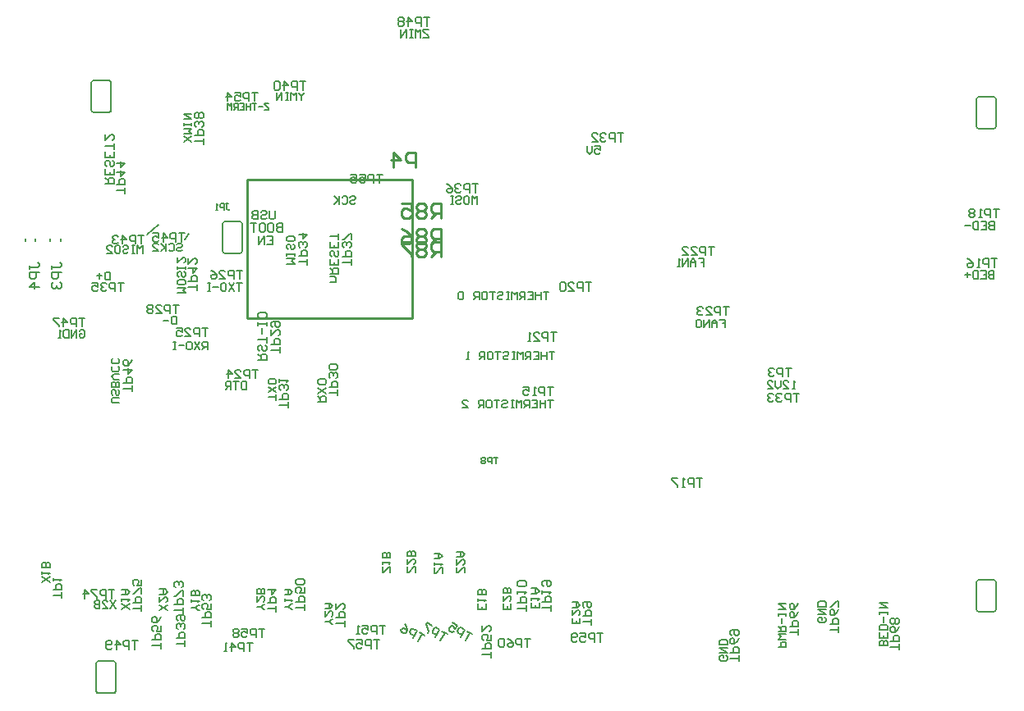
<source format=gbo>
G04*
G04 #@! TF.GenerationSoftware,Altium Limited,Altium Designer,18.1.9 (240)*
G04*
G04 Layer_Color=32896*
%FSLAX25Y25*%
%MOIN*%
G70*
G01*
G75*
%ADD11C,0.00600*%
%ADD12C,0.00800*%
%ADD13C,0.01000*%
%ADD16C,0.00500*%
%ADD22C,0.00787*%
%ADD23C,0.00700*%
G54D11*
X-4606Y-43784D02*
X-4313Y-44491D01*
X-3606Y-44784D01*
Y-31784D02*
X-4313Y-32077D01*
X-4606Y-32784D01*
X3394D02*
X3101Y-32077D01*
X2394Y-31784D01*
Y-44784D02*
X3101Y-44491D01*
X3394Y-43784D01*
X309216Y-178358D02*
X308924Y-177651D01*
X308217Y-177358D01*
Y-190358D02*
X308924Y-190065D01*
X309216Y-189358D01*
X301217D02*
X301509Y-190065D01*
X302217Y-190358D01*
Y-177358D02*
X301509Y-177651D01*
X301217Y-178358D01*
X-57900Y13600D02*
X-57607Y12893D01*
X-56900Y12600D01*
Y25600D02*
X-57607Y25307D01*
X-57900Y24600D01*
X-49900D02*
X-50193Y25307D01*
X-50900Y25600D01*
Y12600D02*
X-50193Y12893D01*
X-49900Y13600D01*
X-56100Y-222500D02*
X-55807Y-223207D01*
X-55100Y-223500D01*
Y-210500D02*
X-55807Y-210793D01*
X-56100Y-211500D01*
X-48100D02*
X-48393Y-210793D01*
X-49100Y-210500D01*
Y-223500D02*
X-48393Y-223207D01*
X-48100Y-222500D01*
X301300Y7000D02*
X301593Y6293D01*
X302300Y6000D01*
Y19000D02*
X301593Y18707D01*
X301300Y18000D01*
X309300D02*
X309007Y18707D01*
X308300Y19000D01*
Y6000D02*
X309007Y6293D01*
X309300Y7000D01*
X3394Y-43784D02*
Y-32784D01*
X-3606Y-44784D02*
X2394D01*
X-3606Y-31784D02*
X2394D01*
X-4606Y-43784D02*
Y-32784D01*
X301217Y-189358D02*
Y-178358D01*
X302217Y-177358D02*
X308217D01*
X302217Y-190358D02*
X308217D01*
X309216Y-189358D02*
Y-178358D01*
X-49900Y13600D02*
Y24600D01*
X-56900Y12600D02*
X-50900D01*
X-56900Y25600D02*
X-50900D01*
X-57900Y13600D02*
Y24600D01*
X-48100Y-222500D02*
Y-211500D01*
X-55100Y-223500D02*
X-49100D01*
X-55100Y-210500D02*
X-49100D01*
X-56100Y-222500D02*
Y-211500D01*
X309300Y7000D02*
Y18000D01*
X302300Y6000D02*
X308300D01*
X302300Y19000D02*
X308300D01*
X301300Y7000D02*
Y18000D01*
X60236Y-12544D02*
X57904D01*
X59070D01*
Y-16043D01*
X56737D02*
Y-12544D01*
X54988D01*
X54405Y-13128D01*
Y-14294D01*
X54988Y-14877D01*
X56737D01*
X50906Y-12544D02*
X53238D01*
Y-14294D01*
X52072Y-13711D01*
X51489D01*
X50906Y-14294D01*
Y-15460D01*
X51489Y-16043D01*
X52655D01*
X53238Y-15460D01*
X47407Y-12544D02*
X49740D01*
Y-14294D01*
X48573Y-13711D01*
X47990D01*
X47407Y-14294D01*
Y-15460D01*
X47990Y-16043D01*
X49156D01*
X49740Y-15460D01*
X120200Y-201201D02*
X117867D01*
X119034D01*
Y-204700D01*
X116701D02*
Y-201201D01*
X114952D01*
X114369Y-201784D01*
Y-202951D01*
X114952Y-203534D01*
X116701D01*
X110870Y-201201D02*
X112036Y-201784D01*
X113202Y-202951D01*
Y-204117D01*
X112619Y-204700D01*
X111453D01*
X110870Y-204117D01*
Y-203534D01*
X111453Y-202951D01*
X113202D01*
X109703Y-201784D02*
X109120Y-201201D01*
X107954D01*
X107371Y-201784D01*
Y-204117D01*
X107954Y-204700D01*
X109120D01*
X109703Y-204117D01*
Y-201784D01*
X-74701Y-178300D02*
X-77900Y-176167D01*
X-74701D02*
X-77900Y-178300D01*
Y-175101D02*
Y-174035D01*
Y-174568D01*
X-74701D01*
X-75234Y-175101D01*
X-74701Y-172435D02*
X-77900D01*
Y-170836D01*
X-77367Y-170303D01*
X-76834D01*
X-76301Y-170836D01*
Y-172435D01*
Y-170836D01*
X-75767Y-170303D01*
X-75234D01*
X-74701Y-170836D01*
Y-172435D01*
X-42401Y-189200D02*
X-45600Y-187067D01*
X-42401D02*
X-45600Y-189200D01*
Y-186001D02*
Y-184935D01*
Y-185468D01*
X-42401D01*
X-42934Y-186001D01*
X-45600Y-183335D02*
X-43467D01*
X-42401Y-182269D01*
X-43467Y-181203D01*
X-45600D01*
X-44001D01*
Y-183335D01*
X-27101Y-189700D02*
X-30300Y-187567D01*
X-27101D02*
X-30300Y-189700D01*
Y-184368D02*
Y-186501D01*
X-28167Y-184368D01*
X-27634D01*
X-27101Y-184901D01*
Y-185968D01*
X-27634Y-186501D01*
X-30300Y-183302D02*
X-28167D01*
X-27101Y-182236D01*
X-28167Y-181169D01*
X-30300D01*
X-28701D01*
Y-183302D01*
X308475Y-31726D02*
Y-34925D01*
X306875D01*
X306342Y-34392D01*
Y-33859D01*
X306875Y-33326D01*
X308475D01*
X306875D01*
X306342Y-32793D01*
Y-32259D01*
X306875Y-31726D01*
X308475D01*
X303143D02*
X305276D01*
Y-34925D01*
X303143D01*
X305276Y-33326D02*
X304209D01*
X302077Y-31726D02*
Y-34925D01*
X300477D01*
X299944Y-34392D01*
Y-32259D01*
X300477Y-31726D01*
X302077D01*
X298878Y-33326D02*
X296745D01*
X308375Y-51826D02*
Y-55025D01*
X306775D01*
X306242Y-54492D01*
Y-53959D01*
X306775Y-53426D01*
X308375D01*
X306775D01*
X306242Y-52893D01*
Y-52359D01*
X306775Y-51826D01*
X308375D01*
X303043D02*
X305176D01*
Y-55025D01*
X303043D01*
X305176Y-53426D02*
X304110D01*
X301977Y-51826D02*
Y-55025D01*
X300377D01*
X299844Y-54492D01*
Y-52359D01*
X300377Y-51826D01*
X301977D01*
X298778Y-53426D02*
X296645D01*
X297712Y-52359D02*
Y-54492D01*
X-46601Y-105500D02*
X-49267D01*
X-49800Y-104967D01*
Y-103901D01*
X-49267Y-103367D01*
X-46601D01*
X-47134Y-100168D02*
X-46601Y-100701D01*
Y-101768D01*
X-47134Y-102301D01*
X-47667D01*
X-48201Y-101768D01*
Y-100701D01*
X-48734Y-100168D01*
X-49267D01*
X-49800Y-100701D01*
Y-101768D01*
X-49267Y-102301D01*
X-46601Y-99102D02*
X-49800D01*
Y-97503D01*
X-49267Y-96969D01*
X-48734D01*
X-48201Y-97503D01*
Y-99102D01*
Y-97503D01*
X-47667Y-96969D01*
X-47134D01*
X-46601Y-97503D01*
Y-99102D01*
Y-95903D02*
X-48734D01*
X-49800Y-94837D01*
X-48734Y-93770D01*
X-46601D01*
X-47134Y-90571D02*
X-46601Y-91105D01*
Y-92171D01*
X-47134Y-92704D01*
X-49267D01*
X-49800Y-92171D01*
Y-91105D01*
X-49267Y-90571D01*
X-47134Y-87372D02*
X-46601Y-87906D01*
Y-88972D01*
X-47134Y-89505D01*
X-49267D01*
X-49800Y-88972D01*
Y-87906D01*
X-49267Y-87372D01*
X-62833Y-76234D02*
X-62300Y-75701D01*
X-61233D01*
X-60700Y-76234D01*
Y-78367D01*
X-61233Y-78900D01*
X-62300D01*
X-62833Y-78367D01*
Y-77301D01*
X-61766D01*
X-63899Y-78900D02*
Y-75701D01*
X-66032Y-78900D01*
Y-75701D01*
X-67098D02*
Y-78900D01*
X-68697D01*
X-69231Y-78367D01*
Y-76234D01*
X-68697Y-75701D01*
X-67098D01*
X-70297Y-78900D02*
X-71363D01*
X-70830D01*
Y-75701D01*
X-70297Y-76234D01*
X-23400Y-70301D02*
Y-73500D01*
X-24999D01*
X-25533Y-72967D01*
Y-70834D01*
X-24999Y-70301D01*
X-23400D01*
X-26599Y-71900D02*
X-28732D01*
X-50400Y-52201D02*
Y-55400D01*
X-51999D01*
X-52533Y-54867D01*
Y-52734D01*
X-51999Y-52201D01*
X-50400D01*
X-53599Y-53800D02*
X-55732D01*
X-54665Y-52734D02*
Y-54867D01*
X146367Y-1101D02*
X148500D01*
Y-2701D01*
X147434Y-2167D01*
X146900D01*
X146367Y-2701D01*
Y-3767D01*
X146900Y-4300D01*
X147967D01*
X148500Y-3767D01*
X145301Y-1101D02*
Y-3234D01*
X144235Y-4300D01*
X143168Y-3234D01*
Y-1101D01*
X98600Y-24600D02*
Y-21401D01*
X97534Y-22467D01*
X96467Y-21401D01*
Y-24600D01*
X93801Y-21401D02*
X94868D01*
X95401Y-21934D01*
Y-24067D01*
X94868Y-24600D01*
X93801D01*
X93268Y-24067D01*
Y-21934D01*
X93801Y-21401D01*
X90069Y-21934D02*
X90603Y-21401D01*
X91669D01*
X92202Y-21934D01*
Y-22467D01*
X91669Y-23000D01*
X90603D01*
X90069Y-23534D01*
Y-24067D01*
X90603Y-24600D01*
X91669D01*
X92202Y-24067D01*
X89003Y-21401D02*
X87937D01*
X88470D01*
Y-24600D01*
X89003D01*
X87937D01*
X46981Y-21940D02*
X47515Y-21407D01*
X48581D01*
X49114Y-21940D01*
Y-22474D01*
X48581Y-23007D01*
X47515D01*
X46981Y-23540D01*
Y-24073D01*
X47515Y-24606D01*
X48581D01*
X49114Y-24073D01*
X43783Y-21940D02*
X44316Y-21407D01*
X45382D01*
X45915Y-21940D01*
Y-24073D01*
X45382Y-24606D01*
X44316D01*
X43783Y-24073D01*
X42716Y-21407D02*
Y-24606D01*
Y-23540D01*
X40584Y-21407D01*
X42183Y-23007D01*
X40584Y-24606D01*
X21260Y-48917D02*
X24459D01*
X23392Y-47851D01*
X24459Y-46785D01*
X21260D01*
X24459Y-45718D02*
Y-44652D01*
Y-45185D01*
X21260D01*
Y-45718D01*
Y-44652D01*
X23926Y-40920D02*
X24459Y-41453D01*
Y-42519D01*
X23926Y-43053D01*
X23392D01*
X22859Y-42519D01*
Y-41453D01*
X22326Y-40920D01*
X21793D01*
X21260Y-41453D01*
Y-42519D01*
X21793Y-43053D01*
X24459Y-38254D02*
Y-39320D01*
X23926Y-39854D01*
X21793D01*
X21260Y-39320D01*
Y-38254D01*
X21793Y-37721D01*
X23926D01*
X24459Y-38254D01*
X78900Y46299D02*
X76767D01*
Y45766D01*
X78900Y43633D01*
Y43100D01*
X76767D01*
X75701D02*
Y46299D01*
X74635Y45233D01*
X73568Y46299D01*
Y43100D01*
X72502Y46299D02*
X71436D01*
X71969D01*
Y43100D01*
X72502D01*
X71436D01*
X69836D02*
Y46299D01*
X67704Y43100D01*
Y46299D01*
X28400Y20799D02*
Y20266D01*
X27334Y19199D01*
X26267Y20266D01*
Y20799D01*
X27334Y19199D02*
Y17600D01*
X25201D02*
Y20799D01*
X24135Y19733D01*
X23068Y20799D01*
Y17600D01*
X22002Y20799D02*
X20936D01*
X21469D01*
Y17600D01*
X22002D01*
X20936D01*
X19336D02*
Y20799D01*
X17204Y17600D01*
Y20799D01*
X-17301Y800D02*
X-20500Y2933D01*
X-17301D02*
X-20500Y800D01*
Y3999D02*
X-17301D01*
X-18367Y5065D01*
X-17301Y6132D01*
X-20500D01*
X-17301Y7198D02*
Y8264D01*
Y7731D01*
X-20500D01*
Y7198D01*
Y8264D01*
Y9864D02*
X-17301D01*
X-20500Y11996D01*
X-17301D01*
X-37200Y-44700D02*
Y-41501D01*
X-38266Y-42567D01*
X-39333Y-41501D01*
Y-44700D01*
X-40399Y-41501D02*
X-41465D01*
X-40932D01*
Y-44700D01*
X-40399D01*
X-41465D01*
X-45197Y-42034D02*
X-44664Y-41501D01*
X-43598D01*
X-43065Y-42034D01*
Y-42567D01*
X-43598Y-43101D01*
X-44664D01*
X-45197Y-43634D01*
Y-44167D01*
X-44664Y-44700D01*
X-43598D01*
X-43065Y-44167D01*
X-47863Y-41501D02*
X-46797D01*
X-46264Y-42034D01*
Y-44167D01*
X-46797Y-44700D01*
X-47863D01*
X-48396Y-44167D01*
Y-42034D01*
X-47863Y-41501D01*
X-51595Y-44700D02*
X-49463D01*
X-51595Y-42567D01*
Y-42034D01*
X-51062Y-41501D01*
X-49996D01*
X-49463Y-42034D01*
X-23333Y-41134D02*
X-22799Y-40601D01*
X-21733D01*
X-21200Y-41134D01*
Y-41667D01*
X-21733Y-42200D01*
X-22799D01*
X-23333Y-42734D01*
Y-43267D01*
X-22799Y-43800D01*
X-21733D01*
X-21200Y-43267D01*
X-26532Y-41134D02*
X-25998Y-40601D01*
X-24932D01*
X-24399Y-41134D01*
Y-43267D01*
X-24932Y-43800D01*
X-25998D01*
X-26532Y-43267D01*
X-27598Y-40601D02*
Y-43800D01*
Y-42734D01*
X-29731Y-40601D01*
X-28131Y-42200D01*
X-29731Y-43800D01*
X-32930D02*
X-30797D01*
X-32930Y-41667D01*
Y-41134D01*
X-32396Y-40601D01*
X-31330D01*
X-30797Y-41134D01*
X-22900Y-60700D02*
X-19701D01*
X-20767Y-59634D01*
X-19701Y-58567D01*
X-22900D01*
X-19701Y-55901D02*
Y-56968D01*
X-20234Y-57501D01*
X-22367D01*
X-22900Y-56968D01*
Y-55901D01*
X-22367Y-55368D01*
X-20234D01*
X-19701Y-55901D01*
X-20234Y-52169D02*
X-19701Y-52703D01*
Y-53769D01*
X-20234Y-54302D01*
X-20767D01*
X-21301Y-53769D01*
Y-52703D01*
X-21834Y-52169D01*
X-22367D01*
X-22900Y-52703D01*
Y-53769D01*
X-22367Y-54302D01*
X-19701Y-51103D02*
Y-50037D01*
Y-50570D01*
X-22900D01*
Y-51103D01*
Y-50037D01*
Y-46305D02*
Y-48437D01*
X-20767Y-46305D01*
X-20234D01*
X-19701Y-46838D01*
Y-47904D01*
X-20234Y-48437D01*
X3150Y-56840D02*
X1017D01*
X2083D01*
Y-60039D01*
X-49Y-56840D02*
X-2182Y-60039D01*
Y-56840D02*
X-49Y-60039D01*
X-3248Y-57374D02*
X-3782Y-56840D01*
X-4848D01*
X-5381Y-57374D01*
Y-59506D01*
X-4848Y-60039D01*
X-3782D01*
X-3248Y-59506D01*
Y-57374D01*
X-6447Y-58440D02*
X-8580D01*
X-9646Y-56840D02*
X-10713D01*
X-10179D01*
Y-60039D01*
X-9646D01*
X-10713D01*
X5000Y-96701D02*
Y-99900D01*
X3401D01*
X2867Y-99367D01*
Y-97234D01*
X3401Y-96701D01*
X5000D01*
X1801D02*
X-332D01*
X735D01*
Y-99900D01*
X-1398D02*
Y-96701D01*
X-2997D01*
X-3531Y-97234D01*
Y-98300D01*
X-2997Y-98834D01*
X-1398D01*
X-2464D02*
X-3531Y-99900D01*
X16999Y-104200D02*
Y-102067D01*
Y-103134D01*
X13800D01*
X16999Y-101001D02*
X13800Y-98868D01*
X16999D02*
X13800Y-101001D01*
X16466Y-97802D02*
X16999Y-97269D01*
Y-96203D01*
X16466Y-95669D01*
X14333D01*
X13800Y-96203D01*
Y-97269D01*
X14333Y-97802D01*
X16466D01*
X129500Y-104201D02*
X127367D01*
X128434D01*
Y-107400D01*
X126301Y-104201D02*
Y-107400D01*
Y-105800D01*
X124168D01*
Y-104201D01*
Y-107400D01*
X120969Y-104201D02*
X123102D01*
Y-107400D01*
X120969D01*
X123102Y-105800D02*
X122036D01*
X119903Y-107400D02*
Y-104201D01*
X118304D01*
X117771Y-104734D01*
Y-105800D01*
X118304Y-106334D01*
X119903D01*
X118837D02*
X117771Y-107400D01*
X116704D02*
Y-104201D01*
X115638Y-105267D01*
X114571Y-104201D01*
Y-107400D01*
X113505Y-104201D02*
X112439D01*
X112972D01*
Y-107400D01*
X113505D01*
X112439D01*
X108707Y-104734D02*
X109240Y-104201D01*
X110306D01*
X110839Y-104734D01*
Y-105267D01*
X110306Y-105800D01*
X109240D01*
X108707Y-106334D01*
Y-106867D01*
X109240Y-107400D01*
X110306D01*
X110839Y-106867D01*
X107640Y-104201D02*
X105508D01*
X106574D01*
Y-107400D01*
X102842Y-104201D02*
X103908D01*
X104441Y-104734D01*
Y-106867D01*
X103908Y-107400D01*
X102842D01*
X102309Y-106867D01*
Y-104734D01*
X102842Y-104201D01*
X101242Y-107400D02*
Y-104201D01*
X99643D01*
X99110Y-104734D01*
Y-105800D01*
X99643Y-106334D01*
X101242D01*
X100176D02*
X99110Y-107400D01*
X92712D02*
X94845D01*
X92712Y-105267D01*
Y-104734D01*
X93245Y-104201D01*
X94311D01*
X94845Y-104734D01*
X130000Y-84601D02*
X127867D01*
X128934D01*
Y-87800D01*
X126801Y-84601D02*
Y-87800D01*
Y-86200D01*
X124668D01*
Y-84601D01*
Y-87800D01*
X121469Y-84601D02*
X123602D01*
Y-87800D01*
X121469D01*
X123602Y-86200D02*
X122536D01*
X120403Y-87800D02*
Y-84601D01*
X118804D01*
X118271Y-85134D01*
Y-86200D01*
X118804Y-86734D01*
X120403D01*
X119337D02*
X118271Y-87800D01*
X117204D02*
Y-84601D01*
X116138Y-85667D01*
X115071Y-84601D01*
Y-87800D01*
X114005Y-84601D02*
X112939D01*
X113472D01*
Y-87800D01*
X114005D01*
X112939D01*
X109207Y-85134D02*
X109740Y-84601D01*
X110806D01*
X111339Y-85134D01*
Y-85667D01*
X110806Y-86200D01*
X109740D01*
X109207Y-86734D01*
Y-87267D01*
X109740Y-87800D01*
X110806D01*
X111339Y-87267D01*
X108140Y-84601D02*
X106008D01*
X107074D01*
Y-87800D01*
X103342Y-84601D02*
X104408D01*
X104941Y-85134D01*
Y-87267D01*
X104408Y-87800D01*
X103342D01*
X102809Y-87267D01*
Y-85134D01*
X103342Y-84601D01*
X101742Y-87800D02*
Y-84601D01*
X100143D01*
X99610Y-85134D01*
Y-86200D01*
X100143Y-86734D01*
X101742D01*
X100676D02*
X99610Y-87800D01*
X95345D02*
X94278D01*
X94811D01*
Y-84601D01*
X95345Y-85134D01*
X127700Y-60201D02*
X125567D01*
X126634D01*
Y-63400D01*
X124501Y-60201D02*
Y-63400D01*
Y-61800D01*
X122368D01*
Y-60201D01*
Y-63400D01*
X119169Y-60201D02*
X121302D01*
Y-63400D01*
X119169D01*
X121302Y-61800D02*
X120236D01*
X118103Y-63400D02*
Y-60201D01*
X116504D01*
X115971Y-60734D01*
Y-61800D01*
X116504Y-62334D01*
X118103D01*
X117037D02*
X115971Y-63400D01*
X114904D02*
Y-60201D01*
X113838Y-61267D01*
X112771Y-60201D01*
Y-63400D01*
X111705Y-60201D02*
X110639D01*
X111172D01*
Y-63400D01*
X111705D01*
X110639D01*
X106907Y-60734D02*
X107440Y-60201D01*
X108506D01*
X109039Y-60734D01*
Y-61267D01*
X108506Y-61800D01*
X107440D01*
X106907Y-62334D01*
Y-62867D01*
X107440Y-63400D01*
X108506D01*
X109039Y-62867D01*
X105840Y-60201D02*
X103708D01*
X104774D01*
Y-63400D01*
X101042Y-60201D02*
X102108D01*
X102641Y-60734D01*
Y-62867D01*
X102108Y-63400D01*
X101042D01*
X100509Y-62867D01*
Y-60734D01*
X101042Y-60201D01*
X99442Y-63400D02*
Y-60201D01*
X97843D01*
X97310Y-60734D01*
Y-61800D01*
X97843Y-62334D01*
X99442D01*
X98376D02*
X97310Y-63400D01*
X93045Y-60734D02*
X92511Y-60201D01*
X91445D01*
X90912Y-60734D01*
Y-62867D01*
X91445Y-63400D01*
X92511D01*
X93045Y-62867D01*
Y-60734D01*
X188467Y-46801D02*
X190600D01*
Y-48401D01*
X189534D01*
X190600D01*
Y-50000D01*
X187401D02*
Y-47867D01*
X186335Y-46801D01*
X185268Y-47867D01*
Y-50000D01*
Y-48401D01*
X187401D01*
X184202Y-50000D02*
Y-46801D01*
X182069Y-50000D01*
Y-46801D01*
X181003Y-50000D02*
X179937D01*
X180470D01*
Y-46801D01*
X181003Y-47334D01*
X197042Y-71526D02*
X199175D01*
Y-73126D01*
X198108D01*
X199175D01*
Y-74725D01*
X195976D02*
Y-72593D01*
X194910Y-71526D01*
X193843Y-72593D01*
Y-74725D01*
Y-73126D01*
X195976D01*
X192777Y-74725D02*
Y-71526D01*
X190644Y-74725D01*
Y-71526D01*
X189578Y-72059D02*
X189045Y-71526D01*
X187978D01*
X187445Y-72059D01*
Y-74192D01*
X187978Y-74725D01*
X189045D01*
X189578Y-74192D01*
Y-72059D01*
X227700Y-99700D02*
X226634D01*
X227167D01*
Y-96501D01*
X227700Y-97034D01*
X222902Y-99700D02*
X225034D01*
X222902Y-97567D01*
Y-97034D01*
X223435Y-96501D01*
X224501D01*
X225034Y-97034D01*
X221835Y-96501D02*
Y-98634D01*
X220769Y-99700D01*
X219703Y-98634D01*
Y-96501D01*
X216504Y-99700D02*
X218636D01*
X216504Y-97567D01*
Y-97034D01*
X217037Y-96501D01*
X218103D01*
X218636Y-97034D01*
X265274Y-204125D02*
X262075D01*
Y-202526D01*
X262608Y-201993D01*
X263141D01*
X263674Y-202526D01*
Y-204125D01*
Y-202526D01*
X264207Y-201993D01*
X264741D01*
X265274Y-202526D01*
Y-204125D01*
Y-198794D02*
Y-200926D01*
X262075D01*
Y-198794D01*
X263674Y-200926D02*
Y-199860D01*
X265274Y-197727D02*
X262075D01*
Y-196128D01*
X262608Y-195595D01*
X264741D01*
X265274Y-196128D01*
Y-197727D01*
X263674Y-194528D02*
Y-192396D01*
X265274Y-191329D02*
Y-190263D01*
Y-190796D01*
X262075D01*
Y-191329D01*
Y-190263D01*
Y-188663D02*
X265274D01*
X262075Y-186531D01*
X265274D01*
X239766Y-192567D02*
X240299Y-193101D01*
Y-194167D01*
X239766Y-194700D01*
X237633D01*
X237100Y-194167D01*
Y-193101D01*
X237633Y-192567D01*
X238700D01*
Y-193634D01*
X237100Y-191501D02*
X240299D01*
X237100Y-189368D01*
X240299D01*
Y-188302D02*
X237100D01*
Y-186703D01*
X237633Y-186169D01*
X239766D01*
X240299Y-186703D01*
Y-188302D01*
X220775Y-204725D02*
X223974D01*
Y-203126D01*
X223441Y-202593D01*
X222374D01*
X221841Y-203126D01*
Y-204725D01*
X223974Y-201526D02*
X220775D01*
X221841Y-200460D01*
X220775Y-199394D01*
X223974D01*
X220775Y-198327D02*
X223974D01*
Y-196728D01*
X223441Y-196195D01*
X222374D01*
X221841Y-196728D01*
Y-198327D01*
Y-197261D02*
X220775Y-196195D01*
X222374Y-195128D02*
Y-192996D01*
X223974Y-191929D02*
Y-190863D01*
Y-191396D01*
X220775D01*
Y-191929D01*
Y-190863D01*
Y-189263D02*
X223974D01*
X220775Y-187131D01*
X223974D01*
X199641Y-208093D02*
X200174Y-208626D01*
Y-209692D01*
X199641Y-210225D01*
X197508D01*
X196975Y-209692D01*
Y-208626D01*
X197508Y-208093D01*
X198574D01*
Y-209159D01*
X196975Y-207026D02*
X200174D01*
X196975Y-204894D01*
X200174D01*
Y-203827D02*
X196975D01*
Y-202228D01*
X197508Y-201695D01*
X199641D01*
X200174Y-202228D01*
Y-203827D01*
X102299Y-187167D02*
Y-189300D01*
X99100D01*
Y-187167D01*
X100699Y-189300D02*
Y-188234D01*
X99100Y-186101D02*
Y-185035D01*
Y-185568D01*
X102299D01*
X101766Y-186101D01*
X102299Y-183435D02*
X99100D01*
Y-181836D01*
X99633Y-181303D01*
X100166D01*
X100699Y-181836D01*
Y-183435D01*
Y-181836D01*
X101233Y-181303D01*
X101766D01*
X102299Y-181836D01*
Y-183435D01*
X123799Y-186667D02*
Y-188800D01*
X120600D01*
Y-186667D01*
X122199Y-188800D02*
Y-187734D01*
X120600Y-185601D02*
Y-184535D01*
Y-185068D01*
X123799D01*
X123266Y-185601D01*
X120600Y-182935D02*
X122733D01*
X123799Y-181869D01*
X122733Y-180803D01*
X120600D01*
X122199D01*
Y-182935D01*
X140374Y-192893D02*
Y-195025D01*
X137175D01*
Y-192893D01*
X138774Y-195025D02*
Y-193959D01*
X137175Y-189694D02*
Y-191826D01*
X139307Y-189694D01*
X139841D01*
X140374Y-190227D01*
Y-191293D01*
X139841Y-191826D01*
X137175Y-188627D02*
X139307D01*
X140374Y-187561D01*
X139307Y-186495D01*
X137175D01*
X138774D01*
Y-188627D01*
X112399Y-187067D02*
Y-189200D01*
X109200D01*
Y-187067D01*
X110800Y-189200D02*
Y-188134D01*
X109200Y-183868D02*
Y-186001D01*
X111333Y-183868D01*
X111866D01*
X112399Y-184402D01*
Y-185468D01*
X111866Y-186001D01*
X112399Y-182802D02*
X109200D01*
Y-181203D01*
X109733Y-180669D01*
X110266D01*
X110800Y-181203D01*
Y-182802D01*
Y-181203D01*
X111333Y-180669D01*
X111866D01*
X112399Y-181203D01*
Y-182802D01*
X73474Y-174225D02*
Y-172093D01*
X72941D01*
X70808Y-174225D01*
X70275D01*
Y-172093D01*
Y-168894D02*
Y-171026D01*
X72407Y-168894D01*
X72941D01*
X73474Y-169427D01*
Y-170493D01*
X72941Y-171026D01*
X73474Y-167827D02*
X70275D01*
Y-166228D01*
X70808Y-165695D01*
X71341D01*
X71874Y-166228D01*
Y-167827D01*
Y-166228D01*
X72407Y-165695D01*
X72941D01*
X73474Y-166228D01*
Y-167827D01*
X93574Y-174425D02*
Y-172293D01*
X93041D01*
X90908Y-174425D01*
X90375D01*
Y-172293D01*
Y-169094D02*
Y-171226D01*
X92507Y-169094D01*
X93041D01*
X93574Y-169627D01*
Y-170693D01*
X93041Y-171226D01*
X90375Y-168027D02*
X92507D01*
X93574Y-166961D01*
X92507Y-165895D01*
X90375D01*
X91974D01*
Y-168027D01*
X84499Y-174600D02*
Y-172467D01*
X83966D01*
X81833Y-174600D01*
X81300D01*
Y-172467D01*
Y-171401D02*
Y-170335D01*
Y-170868D01*
X84499D01*
X83966Y-171401D01*
X81300Y-168735D02*
X83433D01*
X84499Y-167669D01*
X83433Y-166603D01*
X81300D01*
X82899D01*
Y-168735D01*
X63374Y-174225D02*
Y-172093D01*
X62841D01*
X60708Y-174225D01*
X60175D01*
Y-172093D01*
Y-171026D02*
Y-169960D01*
Y-170493D01*
X63374D01*
X62841Y-171026D01*
X63374Y-168360D02*
X60175D01*
Y-166761D01*
X60708Y-166228D01*
X61241D01*
X61774Y-166761D01*
Y-168360D01*
Y-166761D01*
X62307Y-166228D01*
X62841D01*
X63374Y-166761D01*
Y-168360D01*
X12399Y-189400D02*
X11866D01*
X10800Y-188334D01*
X11866Y-187267D01*
X12399D01*
X10800Y-188334D02*
X9200D01*
Y-184068D02*
Y-186201D01*
X11333Y-184068D01*
X11866D01*
X12399Y-184601D01*
Y-185668D01*
X11866Y-186201D01*
X12399Y-183002D02*
X9200D01*
Y-181403D01*
X9733Y-180869D01*
X10266D01*
X10800Y-181403D01*
Y-183002D01*
Y-181403D01*
X11333Y-180869D01*
X11866D01*
X12399Y-181403D01*
Y-183002D01*
X40099Y-195500D02*
X39566D01*
X38500Y-194434D01*
X39566Y-193367D01*
X40099D01*
X38500Y-194434D02*
X36900D01*
Y-190168D02*
Y-192301D01*
X39033Y-190168D01*
X39566D01*
X40099Y-190701D01*
Y-191768D01*
X39566Y-192301D01*
X36900Y-189102D02*
X39033D01*
X40099Y-188036D01*
X39033Y-186969D01*
X36900D01*
X38500D01*
Y-189102D01*
X23699Y-189300D02*
X23166D01*
X22099Y-188234D01*
X23166Y-187167D01*
X23699D01*
X22099Y-188234D02*
X20500D01*
Y-186101D02*
Y-185035D01*
Y-185568D01*
X23699D01*
X23166Y-186101D01*
X20500Y-183435D02*
X22633D01*
X23699Y-182369D01*
X22633Y-181303D01*
X20500D01*
X22099D01*
Y-183435D01*
X-14201Y-189700D02*
X-14734D01*
X-15800Y-188634D01*
X-14734Y-187567D01*
X-14201D01*
X-15800Y-188634D02*
X-17400D01*
Y-186501D02*
Y-185435D01*
Y-185968D01*
X-14201D01*
X-14734Y-186501D01*
X-14201Y-183835D02*
X-17400D01*
Y-182236D01*
X-16867Y-181703D01*
X-16334D01*
X-15800Y-182236D01*
Y-183835D01*
Y-182236D01*
X-15267Y-181703D01*
X-14734D01*
X-14201Y-182236D01*
Y-183835D01*
X-48200Y-185701D02*
X-50333Y-188900D01*
Y-185701D02*
X-48200Y-188900D01*
X-53532D02*
X-51399D01*
X-53532Y-186767D01*
Y-186234D01*
X-52999Y-185701D01*
X-51932D01*
X-51399Y-186234D01*
X-54598Y-185701D02*
Y-188900D01*
X-56197D01*
X-56731Y-188367D01*
Y-187834D01*
X-56197Y-187301D01*
X-54598D01*
X-56197D01*
X-56731Y-186767D01*
Y-186234D01*
X-56197Y-185701D01*
X-54598D01*
X33900Y-105100D02*
X37399D01*
Y-103351D01*
X36816Y-102767D01*
X35649D01*
X35066Y-103351D01*
Y-105100D01*
Y-103934D02*
X33900Y-102767D01*
X37399Y-101601D02*
X33900Y-99269D01*
X37399D02*
X33900Y-101601D01*
X36816Y-98102D02*
X37399Y-97519D01*
Y-96353D01*
X36816Y-95770D01*
X34483D01*
X33900Y-96353D01*
Y-97519D01*
X34483Y-98102D01*
X36816D01*
X9646Y-87894D02*
X13145D01*
Y-86144D01*
X12561Y-85561D01*
X11395D01*
X10812Y-86144D01*
Y-87894D01*
Y-86727D02*
X9646Y-85561D01*
X12561Y-82062D02*
X13145Y-82645D01*
Y-83812D01*
X12561Y-84395D01*
X11978D01*
X11395Y-83812D01*
Y-82645D01*
X10812Y-82062D01*
X10229D01*
X9646Y-82645D01*
Y-83812D01*
X10229Y-84395D01*
X13145Y-80896D02*
Y-78563D01*
Y-79730D01*
X9646D01*
X11395Y-77397D02*
Y-75064D01*
X13145Y-73898D02*
Y-72732D01*
Y-73315D01*
X9646D01*
Y-73898D01*
Y-72732D01*
X13145Y-69233D02*
Y-70399D01*
X12561Y-70982D01*
X10229D01*
X9646Y-70399D01*
Y-69233D01*
X10229Y-68650D01*
X12561D01*
X13145Y-69233D01*
X-10827Y-83760D02*
Y-80561D01*
X-12426D01*
X-12959Y-81094D01*
Y-82160D01*
X-12426Y-82693D01*
X-10827D01*
X-11893D02*
X-12959Y-83760D01*
X-14026Y-80561D02*
X-16158Y-83760D01*
Y-80561D02*
X-14026Y-83760D01*
X-17225Y-81094D02*
X-17758Y-80561D01*
X-18824D01*
X-19357Y-81094D01*
Y-83227D01*
X-18824Y-83760D01*
X-17758D01*
X-17225Y-83227D01*
Y-81094D01*
X-20424Y-82160D02*
X-22556D01*
X-23623Y-80561D02*
X-24689D01*
X-24156D01*
Y-83760D01*
X-23623D01*
X-24689D01*
X16634Y-27308D02*
Y-30224D01*
X16051Y-30807D01*
X14884D01*
X14301Y-30224D01*
Y-27308D01*
X10802Y-27891D02*
X11386Y-27308D01*
X12552D01*
X13135Y-27891D01*
Y-28475D01*
X12552Y-29058D01*
X11386D01*
X10802Y-29641D01*
Y-30224D01*
X11386Y-30807D01*
X12552D01*
X13135Y-30224D01*
X9636Y-27308D02*
Y-30807D01*
X7887D01*
X7304Y-30224D01*
Y-29641D01*
X7887Y-29058D01*
X9636D01*
X7887D01*
X7304Y-28475D01*
Y-27891D01*
X7887Y-27308D01*
X9636D01*
X19587Y-32426D02*
Y-35925D01*
X17837D01*
X17254Y-35342D01*
Y-34759D01*
X17837Y-34176D01*
X19587D01*
X17837D01*
X17254Y-33593D01*
Y-33009D01*
X17837Y-32426D01*
X19587D01*
X14338D02*
X15505D01*
X16088Y-33009D01*
Y-35342D01*
X15505Y-35925D01*
X14338D01*
X13755Y-35342D01*
Y-33009D01*
X14338Y-32426D01*
X10839D02*
X12006D01*
X12589Y-33009D01*
Y-35342D01*
X12006Y-35925D01*
X10839D01*
X10256Y-35342D01*
Y-33009D01*
X10839Y-32426D01*
X9090D02*
X6757D01*
X7924D01*
Y-35925D01*
X13317Y-37544D02*
X15650D01*
Y-41043D01*
X13317D01*
X15650Y-39294D02*
X14483D01*
X12151Y-41043D02*
Y-37544D01*
X9818Y-41043D01*
Y-37544D01*
X-52300Y-16200D02*
X-48801D01*
Y-14451D01*
X-49384Y-13867D01*
X-50551D01*
X-51134Y-14451D01*
Y-16200D01*
Y-15034D02*
X-52300Y-13867D01*
X-48801Y-10369D02*
Y-12701D01*
X-52300D01*
Y-10369D01*
X-50551Y-12701D02*
Y-11535D01*
X-49384Y-6870D02*
X-48801Y-7453D01*
Y-8619D01*
X-49384Y-9202D01*
X-49967D01*
X-50551Y-8619D01*
Y-7453D01*
X-51134Y-6870D01*
X-51717D01*
X-52300Y-7453D01*
Y-8619D01*
X-51717Y-9202D01*
X-48801Y-3371D02*
Y-5703D01*
X-52300D01*
Y-3371D01*
X-50551Y-5703D02*
Y-4537D01*
X-48801Y-2204D02*
Y128D01*
Y-1038D01*
X-52300D01*
Y3627D02*
Y1294D01*
X-49967Y3627D01*
X-49384D01*
X-48801Y3044D01*
Y1877D01*
X-49384Y1294D01*
X38900Y-56400D02*
X41233D01*
Y-54651D01*
X40649Y-54067D01*
X38900D01*
Y-52901D02*
X42399D01*
Y-51152D01*
X41816Y-50568D01*
X40649D01*
X40066Y-51152D01*
Y-52901D01*
Y-51735D02*
X38900Y-50568D01*
X42399Y-47070D02*
Y-49402D01*
X38900D01*
Y-47070D01*
X40649Y-49402D02*
Y-48236D01*
X41816Y-43571D02*
X42399Y-44154D01*
Y-45320D01*
X41816Y-45903D01*
X41233D01*
X40649Y-45320D01*
Y-44154D01*
X40066Y-43571D01*
X39483D01*
X38900Y-44154D01*
Y-45320D01*
X39483Y-45903D01*
X42399Y-40072D02*
Y-42404D01*
X38900D01*
Y-40072D01*
X40649Y-42404D02*
Y-41238D01*
X42399Y-38906D02*
Y-36573D01*
Y-37739D01*
X38900D01*
X149700Y-199101D02*
X147367D01*
X148534D01*
Y-202600D01*
X146201D02*
Y-199101D01*
X144452D01*
X143869Y-199684D01*
Y-200851D01*
X144452Y-201434D01*
X146201D01*
X140370Y-199101D02*
X142702D01*
Y-200851D01*
X141536Y-200267D01*
X140953D01*
X140370Y-200851D01*
Y-202017D01*
X140953Y-202600D01*
X142119D01*
X142702Y-202017D01*
X139203D02*
X138620Y-202600D01*
X137454D01*
X136871Y-202017D01*
Y-199684D01*
X137454Y-199101D01*
X138620D01*
X139203Y-199684D01*
Y-200267D01*
X138620Y-200851D01*
X136871D01*
X12300Y-197201D02*
X9967D01*
X11134D01*
Y-200700D01*
X8801D02*
Y-197201D01*
X7052D01*
X6469Y-197784D01*
Y-198951D01*
X7052Y-199534D01*
X8801D01*
X2970Y-197201D02*
X5302D01*
Y-198951D01*
X4136Y-198367D01*
X3553D01*
X2970Y-198951D01*
Y-200117D01*
X3553Y-200700D01*
X4719D01*
X5302Y-200117D01*
X1803Y-197784D02*
X1220Y-197201D01*
X54D01*
X-529Y-197784D01*
Y-198367D01*
X54Y-198951D01*
X-529Y-199534D01*
Y-200117D01*
X54Y-200700D01*
X1220D01*
X1803Y-200117D01*
Y-199534D01*
X1220Y-198951D01*
X1803Y-198367D01*
Y-197784D01*
X1220Y-198951D02*
X54D01*
X59000Y-201801D02*
X56667D01*
X57834D01*
Y-205300D01*
X55501D02*
Y-201801D01*
X53752D01*
X53169Y-202384D01*
Y-203551D01*
X53752Y-204134D01*
X55501D01*
X49670Y-201801D02*
X52002D01*
Y-203551D01*
X50836Y-202967D01*
X50253D01*
X49670Y-203551D01*
Y-204717D01*
X50253Y-205300D01*
X51419D01*
X52002Y-204717D01*
X48503Y-201801D02*
X46171D01*
Y-202384D01*
X48503Y-204717D01*
Y-205300D01*
X-29801D02*
Y-202967D01*
Y-204134D01*
X-33300D01*
Y-201801D02*
X-29801D01*
Y-200052D01*
X-30384Y-199469D01*
X-31551D01*
X-32134Y-200052D01*
Y-201801D01*
X-29801Y-195970D02*
Y-198302D01*
X-31551D01*
X-30967Y-197136D01*
Y-196553D01*
X-31551Y-195970D01*
X-32717D01*
X-33300Y-196553D01*
Y-197719D01*
X-32717Y-198302D01*
X-29801Y-192471D02*
X-30384Y-193637D01*
X-31551Y-194803D01*
X-32717D01*
X-33300Y-194220D01*
Y-193054D01*
X-32717Y-192471D01*
X-32134D01*
X-31551Y-193054D01*
Y-194803D01*
X-39100Y-202101D02*
X-41433D01*
X-40266D01*
Y-205600D01*
X-42599D02*
Y-202101D01*
X-44348D01*
X-44932Y-202684D01*
Y-203851D01*
X-44348Y-204434D01*
X-42599D01*
X-47847Y-205600D02*
Y-202101D01*
X-46098Y-203851D01*
X-48430D01*
X-49597Y-205017D02*
X-50180Y-205600D01*
X-51346D01*
X-51929Y-205017D01*
Y-202684D01*
X-51346Y-202101D01*
X-50180D01*
X-49597Y-202684D01*
Y-203267D01*
X-50180Y-203851D01*
X-51929D01*
X7600Y-202901D02*
X5267D01*
X6434D01*
Y-206400D01*
X4101D02*
Y-202901D01*
X2352D01*
X1769Y-203484D01*
Y-204651D01*
X2352Y-205234D01*
X4101D01*
X-1147Y-206400D02*
Y-202901D01*
X602Y-204651D01*
X-1730D01*
X-2897Y-206400D02*
X-4063D01*
X-3480D01*
Y-202901D01*
X-2897Y-203484D01*
X-19901Y-204500D02*
Y-202167D01*
Y-203334D01*
X-23400D01*
Y-201001D02*
X-19901D01*
Y-199252D01*
X-20484Y-198669D01*
X-21651D01*
X-22234Y-199252D01*
Y-201001D01*
X-20484Y-197502D02*
X-19901Y-196919D01*
Y-195753D01*
X-20484Y-195170D01*
X-21067D01*
X-21651Y-195753D01*
Y-196336D01*
Y-195753D01*
X-22234Y-195170D01*
X-22817D01*
X-23400Y-195753D01*
Y-196919D01*
X-22817Y-197502D01*
Y-194003D02*
X-23400Y-193420D01*
Y-192254D01*
X-22817Y-191671D01*
X-20484D01*
X-19901Y-192254D01*
Y-193420D01*
X-20484Y-194003D01*
X-21067D01*
X-21651Y-193420D01*
Y-191671D01*
X9500Y20699D02*
X7167D01*
X8334D01*
Y17200D01*
X6001D02*
Y20699D01*
X4252D01*
X3669Y20116D01*
Y18949D01*
X4252Y18366D01*
X6001D01*
X170Y20699D02*
X2502D01*
Y18949D01*
X1336Y19533D01*
X753D01*
X170Y18949D01*
Y17783D01*
X753Y17200D01*
X1919D01*
X2502Y17783D01*
X-2746Y17200D02*
Y20699D01*
X-997Y18949D01*
X-3329D01*
X-44800Y-56601D02*
X-47133D01*
X-45966D01*
Y-60100D01*
X-48299D02*
Y-56601D01*
X-50048D01*
X-50631Y-57184D01*
Y-58351D01*
X-50048Y-58934D01*
X-48299D01*
X-51798Y-57184D02*
X-52381Y-56601D01*
X-53547D01*
X-54130Y-57184D01*
Y-57767D01*
X-53547Y-58351D01*
X-52964D01*
X-53547D01*
X-54130Y-58934D01*
Y-59517D01*
X-53547Y-60100D01*
X-52381D01*
X-51798Y-59517D01*
X-57629Y-56601D02*
X-55297D01*
Y-58351D01*
X-56463Y-57767D01*
X-57046D01*
X-57629Y-58351D01*
Y-59517D01*
X-57046Y-60100D01*
X-55880D01*
X-55297Y-59517D01*
X-22400Y-65601D02*
X-24733D01*
X-23566D01*
Y-69100D01*
X-25899D02*
Y-65601D01*
X-27648D01*
X-28231Y-66184D01*
Y-67351D01*
X-27648Y-67934D01*
X-25899D01*
X-31730Y-69100D02*
X-29398D01*
X-31730Y-66767D01*
Y-66184D01*
X-31147Y-65601D01*
X-29981D01*
X-29398Y-66184D01*
X-32897D02*
X-33480Y-65601D01*
X-34646D01*
X-35229Y-66184D01*
Y-66767D01*
X-34646Y-67351D01*
X-35229Y-67934D01*
Y-68517D01*
X-34646Y-69100D01*
X-33480D01*
X-32897Y-68517D01*
Y-67934D01*
X-33480Y-67351D01*
X-32897Y-66767D01*
Y-66184D01*
X-33480Y-67351D02*
X-34646D01*
X-20801Y-191000D02*
Y-188667D01*
Y-189834D01*
X-24300D01*
Y-187501D02*
X-20801D01*
Y-185752D01*
X-21384Y-185169D01*
X-22551D01*
X-23134Y-185752D01*
Y-187501D01*
X-20801Y-184002D02*
Y-181670D01*
X-21384D01*
X-23717Y-184002D01*
X-24300D01*
X-21384Y-180503D02*
X-20801Y-179920D01*
Y-178754D01*
X-21384Y-178171D01*
X-21967D01*
X-22551Y-178754D01*
Y-179337D01*
Y-178754D01*
X-23134Y-178171D01*
X-23717D01*
X-24300Y-178754D01*
Y-179920D01*
X-23717Y-180503D01*
X-48600Y-181401D02*
X-50933D01*
X-49766D01*
Y-184900D01*
X-52099D02*
Y-181401D01*
X-53848D01*
X-54431Y-181984D01*
Y-183151D01*
X-53848Y-183734D01*
X-52099D01*
X-55598Y-181401D02*
X-57930D01*
Y-181984D01*
X-55598Y-184317D01*
Y-184900D01*
X-60846D02*
Y-181401D01*
X-59097Y-183151D01*
X-61429D01*
X-37726Y-190025D02*
Y-187693D01*
Y-188859D01*
X-41225D01*
Y-186526D02*
X-37726D01*
Y-184777D01*
X-38309Y-184194D01*
X-39476D01*
X-40059Y-184777D01*
Y-186526D01*
X-37726Y-183028D02*
Y-180695D01*
X-38309D01*
X-40642Y-183028D01*
X-41225D01*
X-37726Y-177196D02*
Y-179529D01*
X-39476D01*
X-38893Y-178362D01*
Y-177779D01*
X-39476Y-177196D01*
X-40642D01*
X-41225Y-177779D01*
Y-178946D01*
X-40642Y-179529D01*
X158000Y4199D02*
X155667D01*
X156834D01*
Y700D01*
X154501D02*
Y4199D01*
X152752D01*
X152169Y3616D01*
Y2449D01*
X152752Y1866D01*
X154501D01*
X151002Y3616D02*
X150419Y4199D01*
X149253D01*
X148670Y3616D01*
Y3033D01*
X149253Y2449D01*
X149836D01*
X149253D01*
X148670Y1866D01*
Y1283D01*
X149253Y700D01*
X150419D01*
X151002Y1283D01*
X145171Y700D02*
X147503D01*
X145171Y3033D01*
Y3616D01*
X145754Y4199D01*
X146920D01*
X147503Y3616D01*
X21899Y-107400D02*
Y-105067D01*
Y-106234D01*
X18400D01*
Y-103901D02*
X21899D01*
Y-102152D01*
X21316Y-101569D01*
X20149D01*
X19566Y-102152D01*
Y-103901D01*
X21316Y-100402D02*
X21899Y-99819D01*
Y-98653D01*
X21316Y-98070D01*
X20733D01*
X20149Y-98653D01*
Y-99236D01*
Y-98653D01*
X19566Y-98070D01*
X18983D01*
X18400Y-98653D01*
Y-99819D01*
X18983Y-100402D01*
X18400Y-96903D02*
Y-95737D01*
Y-96320D01*
X21899D01*
X21316Y-96903D01*
X41999Y-102500D02*
Y-100167D01*
Y-101334D01*
X38500D01*
Y-99001D02*
X41999D01*
Y-97252D01*
X41416Y-96669D01*
X40249D01*
X39666Y-97252D01*
Y-99001D01*
X41416Y-95502D02*
X41999Y-94919D01*
Y-93753D01*
X41416Y-93170D01*
X40833D01*
X40249Y-93753D01*
Y-94336D01*
Y-93753D01*
X39666Y-93170D01*
X39083D01*
X38500Y-93753D01*
Y-94919D01*
X39083Y-95502D01*
X41416Y-92003D02*
X41999Y-91420D01*
Y-90254D01*
X41416Y-89671D01*
X39083D01*
X38500Y-90254D01*
Y-91420D01*
X39083Y-92003D01*
X41416D01*
X18460Y-85138D02*
Y-82805D01*
Y-83972D01*
X14961D01*
Y-81639D02*
X18460D01*
Y-79890D01*
X17876Y-79306D01*
X16710D01*
X16127Y-79890D01*
Y-81639D01*
X14961Y-75807D02*
Y-78140D01*
X17293Y-75807D01*
X17876D01*
X18460Y-76391D01*
Y-77557D01*
X17876Y-78140D01*
X15544Y-74641D02*
X14961Y-74058D01*
Y-72892D01*
X15544Y-72309D01*
X17876D01*
X18460Y-72892D01*
Y-74058D01*
X17876Y-74641D01*
X17293D01*
X16710Y-74058D01*
Y-72309D01*
X3347Y-51521D02*
X1014D01*
X2180D01*
Y-55020D01*
X-152D02*
Y-51521D01*
X-1902D01*
X-2485Y-52104D01*
Y-53270D01*
X-1902Y-53853D01*
X-152D01*
X-5984Y-55020D02*
X-3651D01*
X-5984Y-52687D01*
Y-52104D01*
X-5401Y-51521D01*
X-4234D01*
X-3651Y-52104D01*
X-9483Y-51521D02*
X-8316Y-52104D01*
X-7150Y-53270D01*
Y-54436D01*
X-7733Y-55020D01*
X-8900D01*
X-9483Y-54436D01*
Y-53853D01*
X-8900Y-53270D01*
X-7150D01*
X-10728Y-74946D02*
X-13061D01*
X-11895D01*
Y-78445D01*
X-14227D02*
Y-74946D01*
X-15977D01*
X-16560Y-75529D01*
Y-76696D01*
X-15977Y-77279D01*
X-14227D01*
X-20059Y-78445D02*
X-17726D01*
X-20059Y-76112D01*
Y-75529D01*
X-19476Y-74946D01*
X-18309D01*
X-17726Y-75529D01*
X-23558Y-74946D02*
X-21225D01*
Y-76696D01*
X-22391Y-76112D01*
X-22974D01*
X-23558Y-76696D01*
Y-77862D01*
X-22974Y-78445D01*
X-21808D01*
X-21225Y-77862D01*
X9700Y-92001D02*
X7367D01*
X8534D01*
Y-95500D01*
X6201D02*
Y-92001D01*
X4452D01*
X3869Y-92584D01*
Y-93751D01*
X4452Y-94334D01*
X6201D01*
X370Y-95500D02*
X2702D01*
X370Y-93167D01*
Y-92584D01*
X953Y-92001D01*
X2119D01*
X2702Y-92584D01*
X-2546Y-95500D02*
Y-92001D01*
X-797Y-93751D01*
X-3129D01*
X310500Y-26601D02*
X308167D01*
X309334D01*
Y-30100D01*
X307001D02*
Y-26601D01*
X305252D01*
X304669Y-27184D01*
Y-28351D01*
X305252Y-28934D01*
X307001D01*
X303502Y-30100D02*
X302336D01*
X302919D01*
Y-26601D01*
X303502Y-27184D01*
X300587D02*
X300003Y-26601D01*
X298837D01*
X298254Y-27184D01*
Y-27767D01*
X298837Y-28351D01*
X298254Y-28934D01*
Y-29517D01*
X298837Y-30100D01*
X300003D01*
X300587Y-29517D01*
Y-28934D01*
X300003Y-28351D01*
X300587Y-27767D01*
Y-27184D01*
X300003Y-28351D02*
X298837D01*
X190000Y-136101D02*
X187667D01*
X188834D01*
Y-139600D01*
X186501D02*
Y-136101D01*
X184752D01*
X184169Y-136684D01*
Y-137851D01*
X184752Y-138434D01*
X186501D01*
X183002Y-139600D02*
X181836D01*
X182419D01*
Y-136101D01*
X183002Y-136684D01*
X180087Y-136101D02*
X177754D01*
Y-136684D01*
X180087Y-139017D01*
Y-139600D01*
X309700Y-46801D02*
X307367D01*
X308534D01*
Y-50300D01*
X306201D02*
Y-46801D01*
X304452D01*
X303869Y-47384D01*
Y-48551D01*
X304452Y-49134D01*
X306201D01*
X302702Y-50300D02*
X301536D01*
X302119D01*
Y-46801D01*
X302702Y-47384D01*
X297454Y-46801D02*
X298620Y-47384D01*
X299786Y-48551D01*
Y-49717D01*
X299203Y-50300D01*
X298037D01*
X297454Y-49717D01*
Y-49134D01*
X298037Y-48551D01*
X299786D01*
X226200Y-91201D02*
X223867D01*
X225034D01*
Y-94700D01*
X222701D02*
Y-91201D01*
X220952D01*
X220369Y-91784D01*
Y-92951D01*
X220952Y-93534D01*
X222701D01*
X219202Y-91784D02*
X218619Y-91201D01*
X217453D01*
X216870Y-91784D01*
Y-92367D01*
X217453Y-92951D01*
X218036D01*
X217453D01*
X216870Y-93534D01*
Y-94117D01*
X217453Y-94700D01*
X218619D01*
X219202Y-94117D01*
X130900Y-76701D02*
X128567D01*
X129734D01*
Y-80200D01*
X127401D02*
Y-76701D01*
X125652D01*
X125069Y-77284D01*
Y-78451D01*
X125652Y-79034D01*
X127401D01*
X121570Y-80200D02*
X123902D01*
X121570Y-77867D01*
Y-77284D01*
X122153Y-76701D01*
X123319D01*
X123902Y-77284D01*
X120403Y-80200D02*
X119237D01*
X119820D01*
Y-76701D01*
X120403Y-77284D01*
X145000Y-56501D02*
X142667D01*
X143834D01*
Y-60000D01*
X141501D02*
Y-56501D01*
X139752D01*
X139169Y-57084D01*
Y-58251D01*
X139752Y-58834D01*
X141501D01*
X135670Y-60000D02*
X138002D01*
X135670Y-57667D01*
Y-57084D01*
X136253Y-56501D01*
X137419D01*
X138002Y-57084D01*
X134503D02*
X133920Y-56501D01*
X132754D01*
X132171Y-57084D01*
Y-59417D01*
X132754Y-60000D01*
X133920D01*
X134503Y-59417D01*
Y-57084D01*
X129600Y-98901D02*
X127267D01*
X128434D01*
Y-102400D01*
X126101D02*
Y-98901D01*
X124352D01*
X123769Y-99484D01*
Y-100651D01*
X124352Y-101234D01*
X126101D01*
X122602Y-102400D02*
X121436D01*
X122019D01*
Y-98901D01*
X122602Y-99484D01*
X117354Y-98901D02*
X119686D01*
Y-100651D01*
X118520Y-100067D01*
X117937D01*
X117354Y-100651D01*
Y-101817D01*
X117937Y-102400D01*
X119103D01*
X119686Y-101817D01*
X29680Y-49213D02*
Y-46880D01*
Y-48046D01*
X26181D01*
Y-45714D02*
X29680D01*
Y-43964D01*
X29097Y-43381D01*
X27931D01*
X27347Y-43964D01*
Y-45714D01*
X29097Y-42215D02*
X29680Y-41632D01*
Y-40465D01*
X29097Y-39882D01*
X28514D01*
X27931Y-40465D01*
Y-41049D01*
Y-40465D01*
X27347Y-39882D01*
X26764D01*
X26181Y-40465D01*
Y-41632D01*
X26764Y-42215D01*
X26181Y-36967D02*
X29680D01*
X27931Y-38716D01*
Y-36383D01*
X99100Y-16501D02*
X96767D01*
X97934D01*
Y-20000D01*
X95601D02*
Y-16501D01*
X93852D01*
X93269Y-17084D01*
Y-18251D01*
X93852Y-18834D01*
X95601D01*
X92102Y-17084D02*
X91519Y-16501D01*
X90353D01*
X89770Y-17084D01*
Y-17667D01*
X90353Y-18251D01*
X90936D01*
X90353D01*
X89770Y-18834D01*
Y-19417D01*
X90353Y-20000D01*
X91519D01*
X92102Y-19417D01*
X86271Y-16501D02*
X87437Y-17084D01*
X88603Y-18251D01*
Y-19417D01*
X88020Y-20000D01*
X86854D01*
X86271Y-19417D01*
Y-18834D01*
X86854Y-18251D01*
X88603D01*
X47499Y-49400D02*
Y-47067D01*
Y-48234D01*
X44000D01*
Y-45901D02*
X47499D01*
Y-44152D01*
X46916Y-43569D01*
X45749D01*
X45166Y-44152D01*
Y-45901D01*
X46916Y-42402D02*
X47499Y-41819D01*
Y-40653D01*
X46916Y-40070D01*
X46333D01*
X45749Y-40653D01*
Y-41236D01*
Y-40653D01*
X45166Y-40070D01*
X44583D01*
X44000Y-40653D01*
Y-41819D01*
X44583Y-42402D01*
X47499Y-38903D02*
Y-36571D01*
X46916D01*
X44583Y-38903D01*
X44000D01*
X-12501Y-300D02*
Y2033D01*
Y866D01*
X-16000D01*
Y3199D02*
X-12501D01*
Y4948D01*
X-13084Y5531D01*
X-14251D01*
X-14834Y4948D01*
Y3199D01*
X-13084Y6698D02*
X-12501Y7281D01*
Y8447D01*
X-13084Y9030D01*
X-13667D01*
X-14251Y8447D01*
Y7864D01*
Y8447D01*
X-14834Y9030D01*
X-15417D01*
X-16000Y8447D01*
Y7281D01*
X-15417Y6698D01*
X-13084Y10197D02*
X-12501Y10780D01*
Y11946D01*
X-13084Y12529D01*
X-13667D01*
X-14251Y11946D01*
X-14834Y12529D01*
X-15417D01*
X-16000Y11946D01*
Y10780D01*
X-15417Y10197D01*
X-14834D01*
X-14251Y10780D01*
X-13667Y10197D01*
X-13084D01*
X-14251Y10780D02*
Y11946D01*
X29000Y25299D02*
X26667D01*
X27834D01*
Y21800D01*
X25501D02*
Y25299D01*
X23752D01*
X23168Y24716D01*
Y23549D01*
X23752Y22966D01*
X25501D01*
X20253Y21800D02*
Y25299D01*
X22002Y23549D01*
X19670D01*
X18503Y24716D02*
X17920Y25299D01*
X16754D01*
X16171Y24716D01*
Y22383D01*
X16754Y21800D01*
X17920D01*
X18503Y22383D01*
Y24716D01*
X-15101Y-59600D02*
Y-57267D01*
Y-58434D01*
X-18600D01*
Y-56101D02*
X-15101D01*
Y-54352D01*
X-15684Y-53769D01*
X-16851D01*
X-17434Y-54352D01*
Y-56101D01*
X-18600Y-50853D02*
X-15101D01*
X-16851Y-52602D01*
Y-50270D01*
X-18600Y-46771D02*
Y-49103D01*
X-16267Y-46771D01*
X-15684D01*
X-15101Y-47354D01*
Y-48520D01*
X-15684Y-49103D01*
X-36600Y-37301D02*
X-38933D01*
X-37766D01*
Y-40800D01*
X-40099D02*
Y-37301D01*
X-41848D01*
X-42432Y-37884D01*
Y-39051D01*
X-41848Y-39634D01*
X-40099D01*
X-45347Y-40800D02*
Y-37301D01*
X-43598Y-39051D01*
X-45930D01*
X-47097Y-37884D02*
X-47680Y-37301D01*
X-48846D01*
X-49429Y-37884D01*
Y-38467D01*
X-48846Y-39051D01*
X-48263D01*
X-48846D01*
X-49429Y-39634D01*
Y-40217D01*
X-48846Y-40800D01*
X-47680D01*
X-47097Y-40217D01*
X-44301Y-20300D02*
Y-17967D01*
Y-19134D01*
X-47800D01*
Y-16801D02*
X-44301D01*
Y-15052D01*
X-44884Y-14469D01*
X-46051D01*
X-46634Y-15052D01*
Y-16801D01*
X-47800Y-11553D02*
X-44301D01*
X-46051Y-13302D01*
Y-10970D01*
X-47800Y-8054D02*
X-44301D01*
X-46051Y-9803D01*
Y-7471D01*
X-20100Y-36501D02*
X-22433D01*
X-21266D01*
Y-40000D01*
X-23599D02*
Y-36501D01*
X-25348D01*
X-25932Y-37084D01*
Y-38251D01*
X-25348Y-38834D01*
X-23599D01*
X-28847Y-40000D02*
Y-36501D01*
X-27098Y-38251D01*
X-29430D01*
X-32929Y-36501D02*
X-30597D01*
Y-38251D01*
X-31763Y-37667D01*
X-32346D01*
X-32929Y-38251D01*
Y-39417D01*
X-32346Y-40000D01*
X-31180D01*
X-30597Y-39417D01*
X-41401Y-100700D02*
Y-98367D01*
Y-99534D01*
X-44900D01*
Y-97201D02*
X-41401D01*
Y-95452D01*
X-41984Y-94869D01*
X-43151D01*
X-43734Y-95452D01*
Y-97201D01*
X-44900Y-91953D02*
X-41401D01*
X-43151Y-93702D01*
Y-91370D01*
X-41401Y-87871D02*
X-41984Y-89037D01*
X-43151Y-90203D01*
X-44317D01*
X-44900Y-89620D01*
Y-88454D01*
X-44317Y-87871D01*
X-43734D01*
X-43151Y-88454D01*
Y-90203D01*
X-60700Y-71001D02*
X-63033D01*
X-61866D01*
Y-74500D01*
X-64199D02*
Y-71001D01*
X-65948D01*
X-66531Y-71584D01*
Y-72751D01*
X-65948Y-73334D01*
X-64199D01*
X-69447Y-74500D02*
Y-71001D01*
X-67698Y-72751D01*
X-70030D01*
X-71197Y-71001D02*
X-73529D01*
Y-71584D01*
X-71197Y-73917D01*
Y-74500D01*
X79300Y51299D02*
X76967D01*
X78134D01*
Y47800D01*
X75801D02*
Y51299D01*
X74052D01*
X73469Y50716D01*
Y49549D01*
X74052Y48966D01*
X75801D01*
X70553Y47800D02*
Y51299D01*
X72302Y49549D01*
X69970D01*
X68803Y50716D02*
X68220Y51299D01*
X67054D01*
X66471Y50716D01*
Y50133D01*
X67054Y49549D01*
X66471Y48966D01*
Y48383D01*
X67054Y47800D01*
X68220D01*
X68803Y48383D01*
Y48966D01*
X68220Y49549D01*
X68803Y50133D01*
Y50716D01*
X68220Y49549D02*
X67054D01*
X228999Y-199700D02*
Y-197367D01*
Y-198534D01*
X225500D01*
Y-196201D02*
X228999D01*
Y-194452D01*
X228416Y-193869D01*
X227249D01*
X226666Y-194452D01*
Y-196201D01*
X228999Y-190370D02*
X228416Y-191536D01*
X227249Y-192702D01*
X226083D01*
X225500Y-192119D01*
Y-190953D01*
X226083Y-190370D01*
X226666D01*
X227249Y-190953D01*
Y-192702D01*
X228999Y-186871D02*
X228416Y-188037D01*
X227249Y-189203D01*
X226083D01*
X225500Y-188620D01*
Y-187454D01*
X226083Y-186871D01*
X226666D01*
X227249Y-187454D01*
Y-189203D01*
X245299Y-198800D02*
Y-196467D01*
Y-197634D01*
X241800D01*
Y-195301D02*
X245299D01*
Y-193552D01*
X244716Y-192969D01*
X243549D01*
X242966Y-193552D01*
Y-195301D01*
X245299Y-189470D02*
X244716Y-190636D01*
X243549Y-191802D01*
X242383D01*
X241800Y-191219D01*
Y-190053D01*
X242383Y-189470D01*
X242966D01*
X243549Y-190053D01*
Y-191802D01*
X245299Y-188303D02*
Y-185971D01*
X244716D01*
X242383Y-188303D01*
X241800D01*
X269899Y-205700D02*
Y-203367D01*
Y-204534D01*
X266400D01*
Y-202201D02*
X269899D01*
Y-200452D01*
X269316Y-199869D01*
X268149D01*
X267566Y-200452D01*
Y-202201D01*
X269899Y-196370D02*
X269316Y-197536D01*
X268149Y-198702D01*
X266983D01*
X266400Y-198119D01*
Y-196953D01*
X266983Y-196370D01*
X267566D01*
X268149Y-196953D01*
Y-198702D01*
X269316Y-195203D02*
X269899Y-194620D01*
Y-193454D01*
X269316Y-192871D01*
X268733D01*
X268149Y-193454D01*
X267566Y-192871D01*
X266983D01*
X266400Y-193454D01*
Y-194620D01*
X266983Y-195203D01*
X267566D01*
X268149Y-194620D01*
X268733Y-195203D01*
X269316D01*
X268149Y-194620D02*
Y-193454D01*
X204799Y-210500D02*
Y-208167D01*
Y-209334D01*
X201300D01*
Y-207001D02*
X204799D01*
Y-205252D01*
X204216Y-204669D01*
X203049D01*
X202466Y-205252D01*
Y-207001D01*
X204799Y-201170D02*
X204216Y-202336D01*
X203049Y-203502D01*
X201883D01*
X201300Y-202919D01*
Y-201753D01*
X201883Y-201170D01*
X202466D01*
X203049Y-201753D01*
Y-203502D01*
X201883Y-200003D02*
X201300Y-199420D01*
Y-198254D01*
X201883Y-197671D01*
X204216D01*
X204799Y-198254D01*
Y-199420D01*
X204216Y-200003D01*
X203633D01*
X203049Y-199420D01*
Y-197671D01*
X-70001Y-184800D02*
Y-182467D01*
Y-183634D01*
X-73500D01*
Y-181301D02*
X-70001D01*
Y-179552D01*
X-70584Y-178969D01*
X-71751D01*
X-72334Y-179552D01*
Y-181301D01*
X-73500Y-177802D02*
Y-176636D01*
Y-177219D01*
X-70001D01*
X-70584Y-177802D01*
X44799Y-196300D02*
Y-193967D01*
Y-195134D01*
X41300D01*
Y-192801D02*
X44799D01*
Y-191052D01*
X44216Y-190469D01*
X43049D01*
X42466Y-191052D01*
Y-192801D01*
X41300Y-186970D02*
Y-189302D01*
X43633Y-186970D01*
X44216D01*
X44799Y-187553D01*
Y-188719D01*
X44216Y-189302D01*
X16999Y-190200D02*
Y-187867D01*
Y-189034D01*
X13500D01*
Y-186701D02*
X16999D01*
Y-184952D01*
X16416Y-184369D01*
X15249D01*
X14666Y-184952D01*
Y-186701D01*
X13500Y-181453D02*
X16999D01*
X15249Y-183202D01*
Y-180870D01*
X28499Y-189800D02*
Y-187467D01*
Y-188634D01*
X25000D01*
Y-186301D02*
X28499D01*
Y-184552D01*
X27916Y-183969D01*
X26749D01*
X26166Y-184552D01*
Y-186301D01*
X28499Y-180470D02*
Y-182802D01*
X26749D01*
X27333Y-181636D01*
Y-181053D01*
X26749Y-180470D01*
X25583D01*
X25000Y-181053D01*
Y-182219D01*
X25583Y-182802D01*
X27916Y-179303D02*
X28499Y-178720D01*
Y-177554D01*
X27916Y-176971D01*
X25583D01*
X25000Y-177554D01*
Y-178720D01*
X25583Y-179303D01*
X27916D01*
X-9401Y-196300D02*
Y-193967D01*
Y-195134D01*
X-12900D01*
Y-192801D02*
X-9401D01*
Y-191052D01*
X-9984Y-190469D01*
X-11151D01*
X-11734Y-191052D01*
Y-192801D01*
X-9401Y-186970D02*
Y-189302D01*
X-11151D01*
X-10567Y-188136D01*
Y-187553D01*
X-11151Y-186970D01*
X-12317D01*
X-12900Y-187553D01*
Y-188719D01*
X-12317Y-189302D01*
X-9984Y-185803D02*
X-9401Y-185220D01*
Y-184054D01*
X-9984Y-183471D01*
X-10567D01*
X-11151Y-184054D01*
Y-184637D01*
Y-184054D01*
X-11734Y-183471D01*
X-12317D01*
X-12900Y-184054D01*
Y-185220D01*
X-12317Y-185803D01*
X96649Y-199470D02*
X94629Y-198304D01*
X95639Y-198887D01*
X93890Y-201917D01*
X91870Y-200751D02*
X93619Y-197721D01*
X92104Y-196846D01*
X91308Y-197059D01*
X90724Y-198069D01*
X90938Y-198866D01*
X92453Y-199741D01*
X88569Y-194805D02*
X90589Y-195971D01*
X89714Y-197486D01*
X88996Y-196398D01*
X88491Y-196106D01*
X87694Y-196320D01*
X87111Y-197330D01*
X87325Y-198126D01*
X88335Y-198710D01*
X89131Y-198496D01*
X77249Y-199870D02*
X75229Y-198704D01*
X76239Y-199287D01*
X74490Y-202317D01*
X72470Y-201151D02*
X74219Y-198120D01*
X72704Y-197246D01*
X71908Y-197459D01*
X71324Y-198469D01*
X71538Y-199266D01*
X73053Y-200141D01*
X69169Y-195205D02*
X69888Y-196293D01*
X70315Y-197886D01*
X69731Y-198896D01*
X68935Y-199110D01*
X67925Y-198526D01*
X67711Y-197730D01*
X68003Y-197225D01*
X68799Y-197011D01*
X70315Y-197886D01*
X86449Y-199470D02*
X84429Y-198304D01*
X85439Y-198887D01*
X83690Y-201917D01*
X81670Y-200751D02*
X83419Y-197721D01*
X81904Y-196846D01*
X81108Y-197059D01*
X80524Y-198069D01*
X80738Y-198866D01*
X82253Y-199741D01*
X80389Y-195971D02*
X78369Y-194805D01*
X78078Y-195310D01*
X78931Y-198496D01*
X78640Y-199001D01*
X61300Y-195901D02*
X58967D01*
X60134D01*
Y-199400D01*
X57801D02*
Y-195901D01*
X56052D01*
X55469Y-196484D01*
Y-197651D01*
X56052Y-198234D01*
X57801D01*
X51970Y-195901D02*
X54302D01*
Y-197651D01*
X53136Y-197067D01*
X52553D01*
X51970Y-197651D01*
Y-198817D01*
X52553Y-199400D01*
X53719D01*
X54302Y-198817D01*
X50803Y-199400D02*
X49637D01*
X50220D01*
Y-195901D01*
X50803Y-196484D01*
X144999Y-195600D02*
Y-193267D01*
Y-194434D01*
X141500D01*
Y-192101D02*
X144999D01*
Y-190352D01*
X144416Y-189769D01*
X143249D01*
X142666Y-190352D01*
Y-192101D01*
X142083Y-188602D02*
X141500Y-188019D01*
Y-186853D01*
X142083Y-186270D01*
X144416D01*
X144999Y-186853D01*
Y-188019D01*
X144416Y-188602D01*
X143833D01*
X143249Y-188019D01*
Y-186270D01*
X118499Y-190100D02*
Y-187767D01*
Y-188934D01*
X115000D01*
Y-186601D02*
X118499D01*
Y-184852D01*
X117916Y-184269D01*
X116749D01*
X116166Y-184852D01*
Y-186601D01*
X115000Y-183102D02*
Y-181936D01*
Y-182519D01*
X118499D01*
X117916Y-183102D01*
Y-180186D02*
X118499Y-179603D01*
Y-178437D01*
X117916Y-177854D01*
X115583D01*
X115000Y-178437D01*
Y-179603D01*
X115583Y-180186D01*
X117916D01*
X128599Y-189900D02*
Y-187567D01*
Y-188734D01*
X125100D01*
Y-186401D02*
X128599D01*
Y-184652D01*
X128016Y-184069D01*
X126849D01*
X126266Y-184652D01*
Y-186401D01*
X125100Y-182902D02*
Y-181736D01*
Y-182319D01*
X128599D01*
X128016Y-182902D01*
X125683Y-179987D02*
X125100Y-179403D01*
Y-178237D01*
X125683Y-177654D01*
X128016D01*
X128599Y-178237D01*
Y-179403D01*
X128016Y-179987D01*
X127433D01*
X126849Y-179403D01*
Y-177654D01*
X104199Y-208900D02*
Y-206567D01*
Y-207734D01*
X100700D01*
Y-205401D02*
X104199D01*
Y-203652D01*
X103616Y-203069D01*
X102449D01*
X101866Y-203652D01*
Y-205401D01*
X104199Y-199570D02*
Y-201902D01*
X102449D01*
X103033Y-200736D01*
Y-200153D01*
X102449Y-199570D01*
X101283D01*
X100700Y-200153D01*
Y-201319D01*
X101283Y-201902D01*
X100700Y-196071D02*
Y-198403D01*
X103033Y-196071D01*
X103616D01*
X104199Y-196654D01*
Y-197820D01*
X103616Y-198403D01*
X194800Y-41901D02*
X192467D01*
X193634D01*
Y-45400D01*
X191301D02*
Y-41901D01*
X189552D01*
X188969Y-42484D01*
Y-43651D01*
X189552Y-44234D01*
X191301D01*
X185470Y-45400D02*
X187802D01*
X185470Y-43067D01*
Y-42484D01*
X186053Y-41901D01*
X187219D01*
X187802Y-42484D01*
X181971Y-45400D02*
X184303D01*
X181971Y-43067D01*
Y-42484D01*
X182554Y-41901D01*
X183720D01*
X184303Y-42484D01*
X200900Y-66301D02*
X198567D01*
X199734D01*
Y-69800D01*
X197401D02*
Y-66301D01*
X195652D01*
X195069Y-66884D01*
Y-68051D01*
X195652Y-68634D01*
X197401D01*
X191570Y-69800D02*
X193902D01*
X191570Y-67467D01*
Y-66884D01*
X192153Y-66301D01*
X193319D01*
X193902Y-66884D01*
X190403D02*
X189820Y-66301D01*
X188654D01*
X188071Y-66884D01*
Y-67467D01*
X188654Y-68051D01*
X189237D01*
X188654D01*
X188071Y-68634D01*
Y-69217D01*
X188654Y-69800D01*
X189820D01*
X190403Y-69217D01*
X229400Y-101601D02*
X227067D01*
X228234D01*
Y-105100D01*
X225901D02*
Y-101601D01*
X224152D01*
X223569Y-102184D01*
Y-103351D01*
X224152Y-103934D01*
X225901D01*
X222402Y-102184D02*
X221819Y-101601D01*
X220653D01*
X220070Y-102184D01*
Y-102767D01*
X220653Y-103351D01*
X221236D01*
X220653D01*
X220070Y-103934D01*
Y-104517D01*
X220653Y-105100D01*
X221819D01*
X222402Y-104517D01*
X218903Y-102184D02*
X218320Y-101601D01*
X217154D01*
X216571Y-102184D01*
Y-102767D01*
X217154Y-103351D01*
X217737D01*
X217154D01*
X216571Y-103934D01*
Y-104517D01*
X217154Y-105100D01*
X218320D01*
X218903Y-104517D01*
G54D12*
X-20100Y-38900D02*
X-18400Y-36600D01*
X-35300Y-36900D02*
X-30600Y-32900D01*
G54D13*
X72342Y-70925D02*
Y-14705D01*
X5413D02*
X72342D01*
X5413Y-70925D02*
Y-14705D01*
Y-70925D02*
X72342D01*
X73642Y-9731D02*
Y-3733D01*
X70644D01*
X69644Y-4732D01*
Y-6732D01*
X70644Y-7731D01*
X73642D01*
X64645Y-9731D02*
Y-3733D01*
X67644Y-6732D01*
X63646D01*
X83992Y-30516D02*
Y-24518D01*
X80993D01*
X79993Y-25517D01*
Y-27517D01*
X80993Y-28516D01*
X83992D01*
X81993D02*
X79993Y-30516D01*
X77994Y-25517D02*
X76994Y-24518D01*
X74995D01*
X73995Y-25517D01*
Y-26517D01*
X74995Y-27517D01*
X73995Y-28516D01*
Y-29516D01*
X74995Y-30516D01*
X76994D01*
X77994Y-29516D01*
Y-28516D01*
X76994Y-27517D01*
X77994Y-26517D01*
Y-25517D01*
X76994Y-27517D02*
X74995D01*
X67997Y-24518D02*
X71996D01*
Y-27517D01*
X69997Y-26517D01*
X68997D01*
X67997Y-27517D01*
Y-29516D01*
X68997Y-30516D01*
X70996D01*
X71996Y-29516D01*
X83898Y-40659D02*
Y-34661D01*
X80899D01*
X79900Y-35661D01*
Y-37660D01*
X80899Y-38660D01*
X83898D01*
X81899D02*
X79900Y-40659D01*
X77900Y-35661D02*
X76901Y-34661D01*
X74901D01*
X73902Y-35661D01*
Y-36660D01*
X74901Y-37660D01*
X73902Y-38660D01*
Y-39659D01*
X74901Y-40659D01*
X76901D01*
X77900Y-39659D01*
Y-38660D01*
X76901Y-37660D01*
X77900Y-36660D01*
Y-35661D01*
X76901Y-37660D02*
X74901D01*
X67904Y-34661D02*
X69903Y-35661D01*
X71902Y-37660D01*
Y-39659D01*
X70903Y-40659D01*
X68903D01*
X67904Y-39659D01*
Y-38660D01*
X68903Y-37660D01*
X71902D01*
X83955Y-46064D02*
Y-40066D01*
X80956D01*
X79956Y-41065D01*
Y-43065D01*
X80956Y-44064D01*
X83955D01*
X81956D02*
X79956Y-46064D01*
X77957Y-41065D02*
X76957Y-40066D01*
X74958D01*
X73958Y-41065D01*
Y-42065D01*
X74958Y-43065D01*
X73958Y-44064D01*
Y-45064D01*
X74958Y-46064D01*
X76957D01*
X77957Y-45064D01*
Y-44064D01*
X76957Y-43065D01*
X77957Y-42065D01*
Y-41065D01*
X76957Y-43065D02*
X74958D01*
X71959Y-40066D02*
X67960D01*
Y-41065D01*
X71959Y-45064D01*
Y-46064D01*
G54D16*
X-3339Y-24469D02*
X-2506D01*
X-2923D01*
Y-26552D01*
X-2506Y-26969D01*
X-2090D01*
X-1673Y-26552D01*
X-4172Y-26969D02*
Y-24469D01*
X-5422D01*
X-5839Y-24886D01*
Y-25719D01*
X-5422Y-26135D01*
X-4172D01*
X-6672Y-26969D02*
X-7505D01*
X-7088D01*
Y-24469D01*
X-6672Y-24886D01*
X14000Y16299D02*
X12334D01*
Y15883D01*
X14000Y14217D01*
Y13800D01*
X12334D01*
X11501Y15050D02*
X9835D01*
X9002Y16299D02*
X7335D01*
X8169D01*
Y13800D01*
X6502Y16299D02*
Y13800D01*
Y15050D01*
X4836D01*
Y16299D01*
Y13800D01*
X2337Y16299D02*
X4003D01*
Y13800D01*
X2337D01*
X4003Y15050D02*
X3170D01*
X1504Y13800D02*
Y16299D01*
X255D01*
X-162Y15883D01*
Y15050D01*
X255Y14633D01*
X1504D01*
X671D02*
X-162Y13800D01*
X-995D02*
Y16299D01*
X-1828Y15466D01*
X-2661Y16299D01*
Y13800D01*
X106975Y-127626D02*
X105309D01*
X106142D01*
Y-130125D01*
X104476D02*
Y-127626D01*
X103226D01*
X102810Y-128042D01*
Y-128876D01*
X103226Y-129292D01*
X104476D01*
X101976Y-128042D02*
X101560Y-127626D01*
X100727D01*
X100310Y-128042D01*
Y-128459D01*
X100727Y-128876D01*
X100310Y-129292D01*
Y-129709D01*
X100727Y-130125D01*
X101560D01*
X101976Y-129709D01*
Y-129292D01*
X101560Y-128876D01*
X101976Y-128459D01*
Y-128042D01*
X101560Y-128876D02*
X100727D01*
G54D22*
X-80633Y-39594D02*
Y-38806D01*
X-84767Y-39594D02*
Y-38806D01*
X-74567Y-39594D02*
Y-38806D01*
X-70433Y-39594D02*
Y-38806D01*
G54D23*
X-83099Y-51166D02*
Y-49833D01*
Y-50499D01*
X-79766D01*
X-79100Y-49833D01*
Y-49166D01*
X-79766Y-48500D01*
X-79100Y-52499D02*
X-83099D01*
Y-54498D01*
X-82432Y-55164D01*
X-81099D01*
X-80433Y-54498D01*
Y-52499D01*
X-79100Y-58497D02*
X-83099D01*
X-81099Y-56497D01*
Y-59163D01*
X-74099Y-50866D02*
Y-49533D01*
Y-50199D01*
X-70766D01*
X-70100Y-49533D01*
Y-48866D01*
X-70766Y-48200D01*
X-70100Y-52199D02*
X-74099D01*
Y-54198D01*
X-73432Y-54865D01*
X-72099D01*
X-71433Y-54198D01*
Y-52199D01*
X-73432Y-56197D02*
X-74099Y-56864D01*
Y-58197D01*
X-73432Y-58863D01*
X-72766D01*
X-72099Y-58197D01*
Y-57530D01*
Y-58197D01*
X-71433Y-58863D01*
X-70766D01*
X-70100Y-58197D01*
Y-56864D01*
X-70766Y-56197D01*
M02*

</source>
